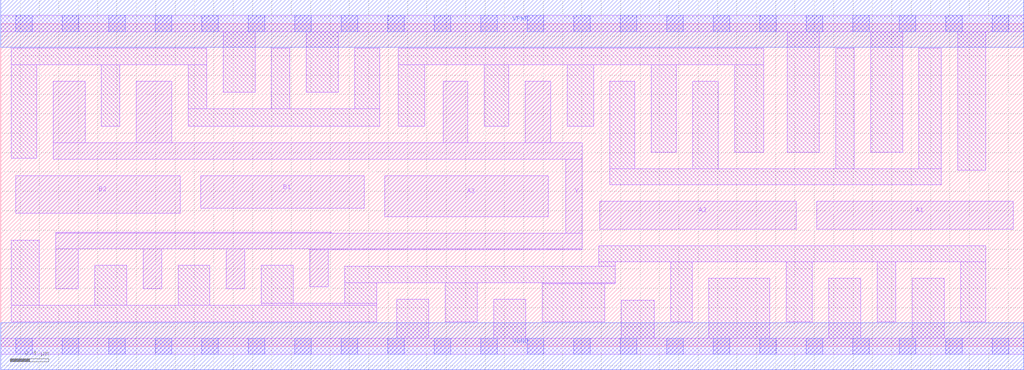
<source format=lef>
# Copyright 2020 The SkyWater PDK Authors
#
# Licensed under the Apache License, Version 2.0 (the "License");
# you may not use this file except in compliance with the License.
# You may obtain a copy of the License at
#
#     https://www.apache.org/licenses/LICENSE-2.0
#
# Unless required by applicable law or agreed to in writing, software
# distributed under the License is distributed on an "AS IS" BASIS,
# WITHOUT WARRANTIES OR CONDITIONS OF ANY KIND, either express or implied.
# See the License for the specific language governing permissions and
# limitations under the License.
#
# SPDX-License-Identifier: Apache-2.0

VERSION 5.7 ;
  NOWIREEXTENSIONATPIN ON ;
  DIVIDERCHAR "/" ;
  BUSBITCHARS "[]" ;
UNITS
  DATABASE MICRONS 200 ;
END UNITS
MACRO sky130_fd_sc_lp__o32ai_4
  CLASS CORE ;
  FOREIGN sky130_fd_sc_lp__o32ai_4 ;
  ORIGIN  0.000000  0.000000 ;
  SIZE  10.56000 BY  3.330000 ;
  SYMMETRY X Y R90 ;
  SITE unit ;
  PIN A1
    ANTENNAGATEAREA  1.260000 ;
    DIRECTION INPUT ;
    USE SIGNAL ;
    PORT
      LAYER li1 ;
        RECT 8.425000 1.210000 10.455000 1.495000 ;
    END
  END A1
  PIN A2
    ANTENNAGATEAREA  1.260000 ;
    DIRECTION INPUT ;
    USE SIGNAL ;
    PORT
      LAYER li1 ;
        RECT 6.185000 1.210000 8.215000 1.495000 ;
    END
  END A2
  PIN A3
    ANTENNAGATEAREA  1.260000 ;
    DIRECTION INPUT ;
    USE SIGNAL ;
    PORT
      LAYER li1 ;
        RECT 3.965000 1.335000 5.655000 1.760000 ;
    END
  END A3
  PIN B1
    ANTENNAGATEAREA  1.260000 ;
    DIRECTION INPUT ;
    USE SIGNAL ;
    PORT
      LAYER li1 ;
        RECT 2.065000 1.425000 3.755000 1.760000 ;
    END
  END B1
  PIN B2
    ANTENNAGATEAREA  1.260000 ;
    DIRECTION INPUT ;
    USE SIGNAL ;
    PORT
      LAYER li1 ;
        RECT 0.155000 1.375000 1.855000 1.760000 ;
    END
  END B2
  PIN Y
    ANTENNADIFFAREA  2.352000 ;
    DIRECTION OUTPUT ;
    USE SIGNAL ;
    PORT
      LAYER li1 ;
        RECT 0.540000 1.930000 6.005000 2.100000 ;
        RECT 0.540000 2.100000 0.870000 2.735000 ;
        RECT 0.570000 0.595000 0.800000 1.005000 ;
        RECT 0.570000 1.005000 6.005000 1.165000 ;
        RECT 0.570000 1.165000 3.410000 1.175000 ;
        RECT 1.400000 2.100000 1.765000 2.735000 ;
        RECT 1.470000 0.595000 1.660000 1.005000 ;
        RECT 2.330000 0.595000 2.520000 1.005000 ;
        RECT 3.190000 0.615000 3.380000 0.995000 ;
        RECT 3.190000 0.995000 6.005000 1.005000 ;
        RECT 4.570000 2.100000 4.820000 2.735000 ;
        RECT 5.415000 2.100000 5.680000 2.735000 ;
        RECT 5.835000 1.165000 6.005000 1.930000 ;
    END
  END Y
  PIN VGND
    DIRECTION INOUT ;
    USE GROUND ;
    PORT
      LAYER met1 ;
        RECT 0.000000 -0.245000 10.560000 0.245000 ;
    END
  END VGND
  PIN VPWR
    DIRECTION INOUT ;
    USE POWER ;
    PORT
      LAYER met1 ;
        RECT 0.000000 3.085000 10.560000 3.575000 ;
    END
  END VPWR
  OBS
    LAYER li1 ;
      RECT 0.000000 -0.085000 10.560000 0.085000 ;
      RECT 0.000000  3.245000 10.560000 3.415000 ;
      RECT 0.110000  0.255000  3.880000 0.425000 ;
      RECT 0.110000  0.425000  0.400000 1.095000 ;
      RECT 0.110000  1.940000  0.370000 2.905000 ;
      RECT 0.110000  2.905000  2.125000 3.075000 ;
      RECT 0.970000  0.425000  1.300000 0.835000 ;
      RECT 1.040000  2.270000  1.230000 2.905000 ;
      RECT 1.830000  0.425000  2.160000 0.835000 ;
      RECT 1.935000  2.270000  3.915000 2.450000 ;
      RECT 1.935000  2.450000  2.125000 2.905000 ;
      RECT 2.295000  2.620000  2.625000 3.245000 ;
      RECT 2.690000  0.425000  3.880000 0.445000 ;
      RECT 2.690000  0.445000  3.020000 0.835000 ;
      RECT 2.795000  2.450000  2.985000 3.075000 ;
      RECT 3.155000  2.620000  3.485000 3.245000 ;
      RECT 3.550000  0.445000  3.880000 0.655000 ;
      RECT 3.550000  0.655000  6.345000 0.825000 ;
      RECT 3.655000  2.450000  3.915000 3.075000 ;
      RECT 4.090000  0.085000  4.420000 0.485000 ;
      RECT 4.105000  2.270000  4.375000 2.905000 ;
      RECT 4.105000  2.905000  7.875000 3.075000 ;
      RECT 4.590000  0.255000  4.920000 0.655000 ;
      RECT 4.990000  2.270000  5.245000 2.905000 ;
      RECT 5.090000  0.085000  5.420000 0.485000 ;
      RECT 5.590000  0.255000  6.235000 0.645000 ;
      RECT 5.590000  0.645000  6.345000 0.655000 ;
      RECT 5.850000  2.270000  6.120000 2.905000 ;
      RECT 6.175000  0.825000  6.345000 0.870000 ;
      RECT 6.175000  0.870000 10.170000 1.040000 ;
      RECT 6.290000  1.665000  9.710000 1.835000 ;
      RECT 6.290000  1.835000  6.545000 2.735000 ;
      RECT 6.405000  0.085000  6.745000 0.475000 ;
      RECT 6.715000  2.005000  6.975000 2.905000 ;
      RECT 6.915000  0.255000  7.140000 0.870000 ;
      RECT 7.145000  1.835000  7.410000 2.735000 ;
      RECT 7.310000  0.085000  7.940000 0.700000 ;
      RECT 7.580000  2.005000  7.875000 2.905000 ;
      RECT 8.110000  0.255000  8.380000 0.870000 ;
      RECT 8.120000  2.005000  8.450000 3.245000 ;
      RECT 8.550000  0.085000  8.880000 0.700000 ;
      RECT 8.620000  1.835000  8.810000 3.075000 ;
      RECT 8.980000  2.005000  9.310000 3.245000 ;
      RECT 9.050000  0.255000  9.240000 0.870000 ;
      RECT 9.410000  0.085000  9.740000 0.700000 ;
      RECT 9.480000  1.835000  9.710000 3.075000 ;
      RECT 9.880000  1.815000 10.170000 3.245000 ;
      RECT 9.910000  0.255000 10.170000 0.870000 ;
    LAYER mcon ;
      RECT  0.155000 -0.085000  0.325000 0.085000 ;
      RECT  0.155000  3.245000  0.325000 3.415000 ;
      RECT  0.635000 -0.085000  0.805000 0.085000 ;
      RECT  0.635000  3.245000  0.805000 3.415000 ;
      RECT  1.115000 -0.085000  1.285000 0.085000 ;
      RECT  1.115000  3.245000  1.285000 3.415000 ;
      RECT  1.595000 -0.085000  1.765000 0.085000 ;
      RECT  1.595000  3.245000  1.765000 3.415000 ;
      RECT  2.075000 -0.085000  2.245000 0.085000 ;
      RECT  2.075000  3.245000  2.245000 3.415000 ;
      RECT  2.555000 -0.085000  2.725000 0.085000 ;
      RECT  2.555000  3.245000  2.725000 3.415000 ;
      RECT  3.035000 -0.085000  3.205000 0.085000 ;
      RECT  3.035000  3.245000  3.205000 3.415000 ;
      RECT  3.515000 -0.085000  3.685000 0.085000 ;
      RECT  3.515000  3.245000  3.685000 3.415000 ;
      RECT  3.995000 -0.085000  4.165000 0.085000 ;
      RECT  3.995000  3.245000  4.165000 3.415000 ;
      RECT  4.475000 -0.085000  4.645000 0.085000 ;
      RECT  4.475000  3.245000  4.645000 3.415000 ;
      RECT  4.955000 -0.085000  5.125000 0.085000 ;
      RECT  4.955000  3.245000  5.125000 3.415000 ;
      RECT  5.435000 -0.085000  5.605000 0.085000 ;
      RECT  5.435000  3.245000  5.605000 3.415000 ;
      RECT  5.915000 -0.085000  6.085000 0.085000 ;
      RECT  5.915000  3.245000  6.085000 3.415000 ;
      RECT  6.395000 -0.085000  6.565000 0.085000 ;
      RECT  6.395000  3.245000  6.565000 3.415000 ;
      RECT  6.875000 -0.085000  7.045000 0.085000 ;
      RECT  6.875000  3.245000  7.045000 3.415000 ;
      RECT  7.355000 -0.085000  7.525000 0.085000 ;
      RECT  7.355000  3.245000  7.525000 3.415000 ;
      RECT  7.835000 -0.085000  8.005000 0.085000 ;
      RECT  7.835000  3.245000  8.005000 3.415000 ;
      RECT  8.315000 -0.085000  8.485000 0.085000 ;
      RECT  8.315000  3.245000  8.485000 3.415000 ;
      RECT  8.795000 -0.085000  8.965000 0.085000 ;
      RECT  8.795000  3.245000  8.965000 3.415000 ;
      RECT  9.275000 -0.085000  9.445000 0.085000 ;
      RECT  9.275000  3.245000  9.445000 3.415000 ;
      RECT  9.755000 -0.085000  9.925000 0.085000 ;
      RECT  9.755000  3.245000  9.925000 3.415000 ;
      RECT 10.235000 -0.085000 10.405000 0.085000 ;
      RECT 10.235000  3.245000 10.405000 3.415000 ;
  END
END sky130_fd_sc_lp__o32ai_4
END LIBRARY

</source>
